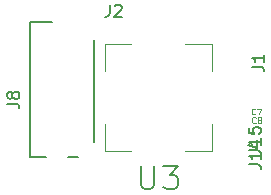
<source format=gbr>
G04 #@! TF.GenerationSoftware,KiCad,Pcbnew,(5.1.0)-1*
G04 #@! TF.CreationDate,2019-09-19T19:12:12-07:00*
G04 #@! TF.ProjectId,WireFreeV4_Release,57697265-4672-4656-9556-345f52656c65,rev?*
G04 #@! TF.SameCoordinates,Original*
G04 #@! TF.FileFunction,Legend,Top*
G04 #@! TF.FilePolarity,Positive*
%FSLAX46Y46*%
G04 Gerber Fmt 4.6, Leading zero omitted, Abs format (unit mm)*
G04 Created by KiCad (PCBNEW (5.1.0)-1) date 2019-09-19 19:12:12*
%MOMM*%
%LPD*%
G04 APERTURE LIST*
%ADD10C,0.100000*%
%ADD11C,0.150000*%
%ADD12C,0.200000*%
%ADD13C,0.050000*%
G04 APERTURE END LIST*
D10*
X123934400Y-99868220D02*
X126199400Y-99868220D01*
X123934400Y-97603220D02*
X123934400Y-99868220D01*
X123934400Y-90808220D02*
X126199400Y-90808220D01*
X123934400Y-93073220D02*
X123934400Y-90808220D01*
X132994400Y-90808220D02*
X130729400Y-90808220D01*
X132994400Y-93073220D02*
X132994400Y-90808220D01*
X132994400Y-99868220D02*
X130729400Y-99868220D01*
X132994400Y-97603220D02*
X132994400Y-99868220D01*
D11*
X120835500Y-100396000D02*
X121635500Y-100396000D01*
X123035500Y-90496000D02*
X123035500Y-99096000D01*
X117635500Y-88996000D02*
X119435500Y-88996000D01*
X117635500Y-100396000D02*
X118935500Y-100396000D01*
X117635500Y-88996000D02*
X117635500Y-100396000D01*
D12*
X127000190Y-101114361D02*
X127000190Y-102733409D01*
X127095428Y-102923885D01*
X127190666Y-103019123D01*
X127381142Y-103114361D01*
X127762095Y-103114361D01*
X127952571Y-103019123D01*
X128047809Y-102923885D01*
X128143047Y-102733409D01*
X128143047Y-101114361D01*
X128904952Y-101114361D02*
X130143047Y-101114361D01*
X129476380Y-101876266D01*
X129762095Y-101876266D01*
X129952571Y-101971504D01*
X130047809Y-102066742D01*
X130143047Y-102257219D01*
X130143047Y-102733409D01*
X130047809Y-102923885D01*
X129952571Y-103019123D01*
X129762095Y-103114361D01*
X129190666Y-103114361D01*
X129000190Y-103019123D01*
X128904952Y-102923885D01*
D11*
X124365426Y-87511640D02*
X124365426Y-88225926D01*
X124317807Y-88368783D01*
X124222569Y-88464021D01*
X124079712Y-88511640D01*
X123984474Y-88511640D01*
X124793998Y-87606879D02*
X124841617Y-87559260D01*
X124936855Y-87511640D01*
X125174950Y-87511640D01*
X125270188Y-87559260D01*
X125317807Y-87606879D01*
X125365426Y-87702117D01*
X125365426Y-87797355D01*
X125317807Y-87940212D01*
X124746379Y-88511640D01*
X125365426Y-88511640D01*
X136122160Y-99813643D02*
X136836446Y-99813643D01*
X136979303Y-99861262D01*
X137074541Y-99956500D01*
X137122160Y-100099358D01*
X137122160Y-100194596D01*
X137122160Y-98813643D02*
X137122160Y-99385072D01*
X137122160Y-99099358D02*
X136122160Y-99099358D01*
X136265018Y-99194596D01*
X136360256Y-99289834D01*
X136407875Y-99385072D01*
X136122160Y-97908881D02*
X136122160Y-98385072D01*
X136598351Y-98432691D01*
X136550732Y-98385072D01*
X136503113Y-98289834D01*
X136503113Y-98051739D01*
X136550732Y-97956500D01*
X136598351Y-97908881D01*
X136693589Y-97861262D01*
X136931684Y-97861262D01*
X137026922Y-97908881D01*
X137074541Y-97956500D01*
X137122160Y-98051739D01*
X137122160Y-98289834D01*
X137074541Y-98385072D01*
X137026922Y-98432691D01*
X136142480Y-100987123D02*
X136856766Y-100987123D01*
X136999623Y-101034742D01*
X137094861Y-101129980D01*
X137142480Y-101272838D01*
X137142480Y-101368076D01*
X137142480Y-99987123D02*
X137142480Y-100558552D01*
X137142480Y-100272838D02*
X136142480Y-100272838D01*
X136285338Y-100368076D01*
X136380576Y-100463314D01*
X136428195Y-100558552D01*
X136475814Y-99129980D02*
X137142480Y-99129980D01*
X136094861Y-99368076D02*
X136809147Y-99606171D01*
X136809147Y-98987123D01*
X115687880Y-95879333D02*
X116402166Y-95879333D01*
X116545023Y-95926952D01*
X116640261Y-96022190D01*
X116687880Y-96165047D01*
X116687880Y-96260285D01*
X116116452Y-95260285D02*
X116068833Y-95355523D01*
X116021214Y-95403142D01*
X115925976Y-95450761D01*
X115878357Y-95450761D01*
X115783119Y-95403142D01*
X115735500Y-95355523D01*
X115687880Y-95260285D01*
X115687880Y-95069809D01*
X115735500Y-94974571D01*
X115783119Y-94926952D01*
X115878357Y-94879333D01*
X115925976Y-94879333D01*
X116021214Y-94926952D01*
X116068833Y-94974571D01*
X116116452Y-95069809D01*
X116116452Y-95260285D01*
X116164071Y-95355523D01*
X116211690Y-95403142D01*
X116306928Y-95450761D01*
X116497404Y-95450761D01*
X116592642Y-95403142D01*
X116640261Y-95355523D01*
X116687880Y-95260285D01*
X116687880Y-95069809D01*
X116640261Y-94974571D01*
X116592642Y-94926952D01*
X116497404Y-94879333D01*
X116306928Y-94879333D01*
X116211690Y-94926952D01*
X116164071Y-94974571D01*
X116116452Y-95069809D01*
X136386320Y-92741073D02*
X137100606Y-92741073D01*
X137243463Y-92788692D01*
X137338701Y-92883930D01*
X137386320Y-93026787D01*
X137386320Y-93122025D01*
X137386320Y-91741073D02*
X137386320Y-92312501D01*
X137386320Y-92026787D02*
X136386320Y-92026787D01*
X136529178Y-92122025D01*
X136624416Y-92217263D01*
X136672035Y-92312501D01*
D13*
X136703286Y-97475811D02*
X136679477Y-97499620D01*
X136608048Y-97523430D01*
X136560429Y-97523430D01*
X136489000Y-97499620D01*
X136441381Y-97452001D01*
X136417572Y-97404382D01*
X136393762Y-97309144D01*
X136393762Y-97237716D01*
X136417572Y-97142478D01*
X136441381Y-97094859D01*
X136489000Y-97047240D01*
X136560429Y-97023430D01*
X136608048Y-97023430D01*
X136679477Y-97047240D01*
X136703286Y-97071049D01*
X136989000Y-97237716D02*
X136941381Y-97213906D01*
X136917572Y-97190097D01*
X136893762Y-97142478D01*
X136893762Y-97118668D01*
X136917572Y-97071049D01*
X136941381Y-97047240D01*
X136989000Y-97023430D01*
X137084239Y-97023430D01*
X137131858Y-97047240D01*
X137155667Y-97071049D01*
X137179477Y-97118668D01*
X137179477Y-97142478D01*
X137155667Y-97190097D01*
X137131858Y-97213906D01*
X137084239Y-97237716D01*
X136989000Y-97237716D01*
X136941381Y-97261525D01*
X136917572Y-97285335D01*
X136893762Y-97332954D01*
X136893762Y-97428192D01*
X136917572Y-97475811D01*
X136941381Y-97499620D01*
X136989000Y-97523430D01*
X137084239Y-97523430D01*
X137131858Y-97499620D01*
X137155667Y-97475811D01*
X137179477Y-97428192D01*
X137179477Y-97332954D01*
X137155667Y-97285335D01*
X137131858Y-97261525D01*
X137084239Y-97237716D01*
X136680426Y-96739211D02*
X136656617Y-96763020D01*
X136585188Y-96786830D01*
X136537569Y-96786830D01*
X136466140Y-96763020D01*
X136418521Y-96715401D01*
X136394712Y-96667782D01*
X136370902Y-96572544D01*
X136370902Y-96501116D01*
X136394712Y-96405878D01*
X136418521Y-96358259D01*
X136466140Y-96310640D01*
X136537569Y-96286830D01*
X136585188Y-96286830D01*
X136656617Y-96310640D01*
X136680426Y-96334449D01*
X136847093Y-96286830D02*
X137180426Y-96286830D01*
X136966140Y-96786830D01*
M02*

</source>
